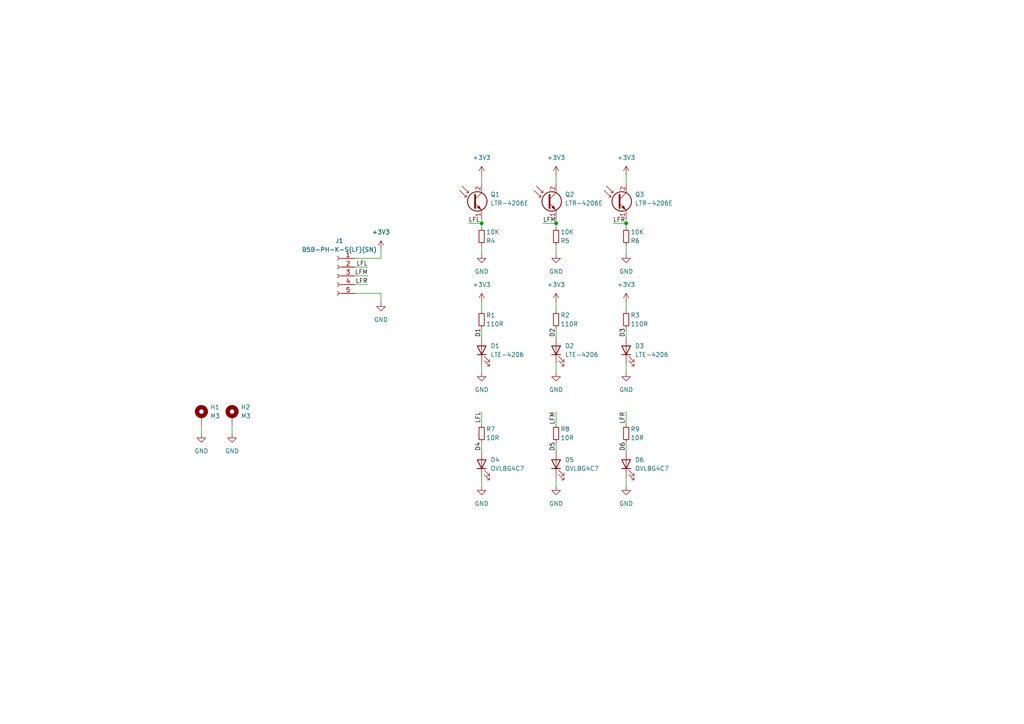
<source format=kicad_sch>
(kicad_sch (version 20211123) (generator eeschema)

  (uuid 332fa375-0a3a-40a0-97d8-f473b109e8f8)

  (paper "A4")

  (title_block
    (title "Destination Automation Line Follower")
    (date "2023-03-21")
    (rev "01")
    (comment 1 "Madison Gleydura")
    (comment 2 "PROTOTYPE")
    (comment 3 "2023")
  )

  (lib_symbols
    (symbol "Connector:Conn_01x05_Female" (pin_names (offset 1.016) hide) (in_bom yes) (on_board yes)
      (property "Reference" "J" (id 0) (at 0 7.62 0)
        (effects (font (size 1.27 1.27)))
      )
      (property "Value" "Conn_01x05_Female" (id 1) (at 0 -7.62 0)
        (effects (font (size 1.27 1.27)))
      )
      (property "Footprint" "" (id 2) (at 0 0 0)
        (effects (font (size 1.27 1.27)) hide)
      )
      (property "Datasheet" "~" (id 3) (at 0 0 0)
        (effects (font (size 1.27 1.27)) hide)
      )
      (property "ki_keywords" "connector" (id 4) (at 0 0 0)
        (effects (font (size 1.27 1.27)) hide)
      )
      (property "ki_description" "Generic connector, single row, 01x05, script generated (kicad-library-utils/schlib/autogen/connector/)" (id 5) (at 0 0 0)
        (effects (font (size 1.27 1.27)) hide)
      )
      (property "ki_fp_filters" "Connector*:*_1x??_*" (id 6) (at 0 0 0)
        (effects (font (size 1.27 1.27)) hide)
      )
      (symbol "Conn_01x05_Female_1_1"
        (arc (start 0 -4.572) (mid -0.508 -5.08) (end 0 -5.588)
          (stroke (width 0.1524) (type default) (color 0 0 0 0))
          (fill (type none))
        )
        (arc (start 0 -2.032) (mid -0.508 -2.54) (end 0 -3.048)
          (stroke (width 0.1524) (type default) (color 0 0 0 0))
          (fill (type none))
        )
        (polyline
          (pts
            (xy -1.27 -5.08)
            (xy -0.508 -5.08)
          )
          (stroke (width 0.1524) (type default) (color 0 0 0 0))
          (fill (type none))
        )
        (polyline
          (pts
            (xy -1.27 -2.54)
            (xy -0.508 -2.54)
          )
          (stroke (width 0.1524) (type default) (color 0 0 0 0))
          (fill (type none))
        )
        (polyline
          (pts
            (xy -1.27 0)
            (xy -0.508 0)
          )
          (stroke (width 0.1524) (type default) (color 0 0 0 0))
          (fill (type none))
        )
        (polyline
          (pts
            (xy -1.27 2.54)
            (xy -0.508 2.54)
          )
          (stroke (width 0.1524) (type default) (color 0 0 0 0))
          (fill (type none))
        )
        (polyline
          (pts
            (xy -1.27 5.08)
            (xy -0.508 5.08)
          )
          (stroke (width 0.1524) (type default) (color 0 0 0 0))
          (fill (type none))
        )
        (arc (start 0 0.508) (mid -0.508 0) (end 0 -0.508)
          (stroke (width 0.1524) (type default) (color 0 0 0 0))
          (fill (type none))
        )
        (arc (start 0 3.048) (mid -0.508 2.54) (end 0 2.032)
          (stroke (width 0.1524) (type default) (color 0 0 0 0))
          (fill (type none))
        )
        (arc (start 0 5.588) (mid -0.508 5.08) (end 0 4.572)
          (stroke (width 0.1524) (type default) (color 0 0 0 0))
          (fill (type none))
        )
        (pin passive line (at -5.08 5.08 0) (length 3.81)
          (name "Pin_1" (effects (font (size 1.27 1.27))))
          (number "1" (effects (font (size 1.27 1.27))))
        )
        (pin passive line (at -5.08 2.54 0) (length 3.81)
          (name "Pin_2" (effects (font (size 1.27 1.27))))
          (number "2" (effects (font (size 1.27 1.27))))
        )
        (pin passive line (at -5.08 0 0) (length 3.81)
          (name "Pin_3" (effects (font (size 1.27 1.27))))
          (number "3" (effects (font (size 1.27 1.27))))
        )
        (pin passive line (at -5.08 -2.54 0) (length 3.81)
          (name "Pin_4" (effects (font (size 1.27 1.27))))
          (number "4" (effects (font (size 1.27 1.27))))
        )
        (pin passive line (at -5.08 -5.08 0) (length 3.81)
          (name "Pin_5" (effects (font (size 1.27 1.27))))
          (number "5" (effects (font (size 1.27 1.27))))
        )
      )
    )
    (symbol "Device:R_Small" (pin_numbers hide) (pin_names (offset 0.254) hide) (in_bom yes) (on_board yes)
      (property "Reference" "R" (id 0) (at 0.762 0.508 0)
        (effects (font (size 1.27 1.27)) (justify left))
      )
      (property "Value" "R_Small" (id 1) (at 0.762 -1.016 0)
        (effects (font (size 1.27 1.27)) (justify left))
      )
      (property "Footprint" "" (id 2) (at 0 0 0)
        (effects (font (size 1.27 1.27)) hide)
      )
      (property "Datasheet" "~" (id 3) (at 0 0 0)
        (effects (font (size 1.27 1.27)) hide)
      )
      (property "ki_keywords" "R resistor" (id 4) (at 0 0 0)
        (effects (font (size 1.27 1.27)) hide)
      )
      (property "ki_description" "Resistor, small symbol" (id 5) (at 0 0 0)
        (effects (font (size 1.27 1.27)) hide)
      )
      (property "ki_fp_filters" "R_*" (id 6) (at 0 0 0)
        (effects (font (size 1.27 1.27)) hide)
      )
      (symbol "R_Small_0_1"
        (rectangle (start -0.762 1.778) (end 0.762 -1.778)
          (stroke (width 0.2032) (type default) (color 0 0 0 0))
          (fill (type none))
        )
      )
      (symbol "R_Small_1_1"
        (pin passive line (at 0 2.54 270) (length 0.762)
          (name "~" (effects (font (size 1.27 1.27))))
          (number "1" (effects (font (size 1.27 1.27))))
        )
        (pin passive line (at 0 -2.54 90) (length 0.762)
          (name "~" (effects (font (size 1.27 1.27))))
          (number "2" (effects (font (size 1.27 1.27))))
        )
      )
    )
    (symbol "LED_1" (pin_numbers hide) (pin_names (offset 1.016) hide) (in_bom yes) (on_board yes)
      (property "Reference" "D4" (id 0) (at 2.54 1.27 90)
        (effects (font (size 1.27 1.27)) (justify right))
      )
      (property "Value" "LED_1" (id 1) (at 2.54 -1.27 90)
        (effects (font (size 1.27 1.27)) (justify right))
      )
      (property "Footprint" "LED_THT:LED_D3.0mm" (id 2) (at 0 0 0)
        (effects (font (size 1.27 1.27)) hide)
      )
      (property "Datasheet" "https://optoelectronics.liteon.com/upload/download/DS-50-92-0026/LTE-4206(E).pdf" (id 3) (at 0 0 0)
        (effects (font (size 1.27 1.27)) hide)
      )
      (property "Manufacturer" "TT Electronics/Optek Technology" (id 4) (at 0 0 90)
        (effects (font (size 1.27 1.27)) hide)
      )
      (property "mpn" "OVLBG4C7" (id 5) (at 0 0 90)
        (effects (font (size 1.27 1.27)) hide)
      )
      (property "populate" "0" (id 6) (at 0 0 90)
        (effects (font (size 1.27 1.27)) hide)
      )
      (property "ki_keywords" "LED diode" (id 7) (at 0 0 0)
        (effects (font (size 1.27 1.27)) hide)
      )
      (property "ki_description" "Light emitting diode" (id 8) (at 0 0 0)
        (effects (font (size 1.27 1.27)) hide)
      )
      (property "ki_fp_filters" "LED* LED_SMD:* LED_THT:*" (id 9) (at 0 0 0)
        (effects (font (size 1.27 1.27)) hide)
      )
      (symbol "LED_1_0_1"
        (polyline
          (pts
            (xy -1.27 -1.27)
            (xy -1.27 1.27)
          )
          (stroke (width 0.254) (type default) (color 0 0 0 0))
          (fill (type none))
        )
        (polyline
          (pts
            (xy -1.27 0)
            (xy 1.27 0)
          )
          (stroke (width 0) (type default) (color 0 0 0 0))
          (fill (type none))
        )
        (polyline
          (pts
            (xy 1.27 -1.27)
            (xy 1.27 1.27)
            (xy -1.27 0)
            (xy 1.27 -1.27)
          )
          (stroke (width 0.254) (type default) (color 0 0 0 0))
          (fill (type none))
        )
        (polyline
          (pts
            (xy -3.048 -0.762)
            (xy -4.572 -2.286)
            (xy -3.81 -2.286)
            (xy -4.572 -2.286)
            (xy -4.572 -1.524)
          )
          (stroke (width 0) (type default) (color 0 0 0 0))
          (fill (type none))
        )
        (polyline
          (pts
            (xy -1.778 -0.762)
            (xy -3.302 -2.286)
            (xy -2.54 -2.286)
            (xy -3.302 -2.286)
            (xy -3.302 -1.524)
          )
          (stroke (width 0) (type default) (color 0 0 0 0))
          (fill (type none))
        )
      )
      (symbol "LED_1_1_1"
        (pin passive line (at 3.81 0 180) (length 2.54)
          (name "A" (effects (font (size 1.27 1.27))))
          (number "1" (effects (font (size 1.27 1.27))))
        )
        (pin passive line (at -3.81 0 0) (length 2.54)
          (name "K" (effects (font (size 1.27 1.27))))
          (number "2" (effects (font (size 1.27 1.27))))
        )
      )
    )
    (symbol "LED_2" (pin_numbers hide) (pin_names (offset 1.016) hide) (in_bom yes) (on_board yes)
      (property "Reference" "D1" (id 0) (at 2.54 1.27 90)
        (effects (font (size 1.27 1.27)) (justify right))
      )
      (property "Value" "LED_2" (id 1) (at 2.54 -1.27 90)
        (effects (font (size 1.27 1.27)) (justify right))
      )
      (property "Footprint" "LED_THT:LED_D3.0mm" (id 2) (at 0 0 0)
        (effects (font (size 1.27 1.27)) hide)
      )
      (property "Datasheet" "https://optoelectronics.liteon.com/upload/download/DS-50-92-0026/LTE-4206(E).pdf" (id 3) (at 0 0 0)
        (effects (font (size 1.27 1.27)) hide)
      )
      (property "Manufacturer" "Lite-On Inc." (id 4) (at 0 0 90)
        (effects (font (size 1.27 1.27)) hide)
      )
      (property "mpn" "LTE-4206" (id 5) (at 0 0 90)
        (effects (font (size 1.27 1.27)) hide)
      )
      (property "populate" "0" (id 6) (at 0 0 90)
        (effects (font (size 1.27 1.27)) hide)
      )
      (property "ki_keywords" "LED diode" (id 7) (at 0 0 0)
        (effects (font (size 1.27 1.27)) hide)
      )
      (property "ki_description" "Light emitting diode" (id 8) (at 0 0 0)
        (effects (font (size 1.27 1.27)) hide)
      )
      (property "ki_fp_filters" "LED* LED_SMD:* LED_THT:*" (id 9) (at 0 0 0)
        (effects (font (size 1.27 1.27)) hide)
      )
      (symbol "LED_2_0_1"
        (polyline
          (pts
            (xy -1.27 -1.27)
            (xy -1.27 1.27)
          )
          (stroke (width 0.254) (type default) (color 0 0 0 0))
          (fill (type none))
        )
        (polyline
          (pts
            (xy -1.27 0)
            (xy 1.27 0)
          )
          (stroke (width 0) (type default) (color 0 0 0 0))
          (fill (type none))
        )
        (polyline
          (pts
            (xy 1.27 -1.27)
            (xy 1.27 1.27)
            (xy -1.27 0)
            (xy 1.27 -1.27)
          )
          (stroke (width 0.254) (type default) (color 0 0 0 0))
          (fill (type none))
        )
        (polyline
          (pts
            (xy -3.048 -0.762)
            (xy -4.572 -2.286)
            (xy -3.81 -2.286)
            (xy -4.572 -2.286)
            (xy -4.572 -1.524)
          )
          (stroke (width 0) (type default) (color 0 0 0 0))
          (fill (type none))
        )
        (polyline
          (pts
            (xy -1.778 -0.762)
            (xy -3.302 -2.286)
            (xy -2.54 -2.286)
            (xy -3.302 -2.286)
            (xy -3.302 -1.524)
          )
          (stroke (width 0) (type default) (color 0 0 0 0))
          (fill (type none))
        )
      )
      (symbol "LED_2_1_1"
        (pin passive line (at 3.81 0 180) (length 2.54)
          (name "A" (effects (font (size 1.27 1.27))))
          (number "1" (effects (font (size 1.27 1.27))))
        )
        (pin passive line (at -3.81 0 0) (length 2.54)
          (name "K" (effects (font (size 1.27 1.27))))
          (number "2" (effects (font (size 1.27 1.27))))
        )
      )
    )
    (symbol "Mechanical:MountingHole_Pad" (pin_numbers hide) (pin_names (offset 1.016) hide) (in_bom yes) (on_board yes)
      (property "Reference" "H" (id 0) (at 0 6.35 0)
        (effects (font (size 1.27 1.27)))
      )
      (property "Value" "MountingHole_Pad" (id 1) (at 0 4.445 0)
        (effects (font (size 1.27 1.27)))
      )
      (property "Footprint" "" (id 2) (at 0 0 0)
        (effects (font (size 1.27 1.27)) hide)
      )
      (property "Datasheet" "~" (id 3) (at 0 0 0)
        (effects (font (size 1.27 1.27)) hide)
      )
      (property "ki_keywords" "mounting hole" (id 4) (at 0 0 0)
        (effects (font (size 1.27 1.27)) hide)
      )
      (property "ki_description" "Mounting Hole with connection" (id 5) (at 0 0 0)
        (effects (font (size 1.27 1.27)) hide)
      )
      (property "ki_fp_filters" "MountingHole*Pad*" (id 6) (at 0 0 0)
        (effects (font (size 1.27 1.27)) hide)
      )
      (symbol "MountingHole_Pad_0_1"
        (circle (center 0 1.27) (radius 1.27)
          (stroke (width 1.27) (type default) (color 0 0 0 0))
          (fill (type none))
        )
      )
      (symbol "MountingHole_Pad_1_1"
        (pin input line (at 0 -2.54 90) (length 2.54)
          (name "1" (effects (font (size 1.27 1.27))))
          (number "1" (effects (font (size 1.27 1.27))))
        )
      )
    )
    (symbol "Q_Photo_NPN_1" (pin_names (offset 0) hide) (in_bom yes) (on_board yes)
      (property "Reference" "Q1" (id 0) (at 5.08 2.0194 0)
        (effects (font (size 1.27 1.27)) (justify left))
      )
      (property "Value" "Q_Photo_NPN_1" (id 1) (at 5.08 -0.5206 0)
        (effects (font (size 1.27 1.27)) (justify left))
      )
      (property "Footprint" "LED_THT:LED_D3.0mm" (id 2) (at 5.08 2.54 0)
        (effects (font (size 1.27 1.27)) hide)
      )
      (property "Datasheet" "https://optoelectronics.liteon.com/upload/download/DS-50-92-0073/R4206E.pdf" (id 3) (at 0 0 0)
        (effects (font (size 1.27 1.27)) hide)
      )
      (property "Manufacturer" "Lite-On Inc." (id 4) (at 0 0 0)
        (effects (font (size 1.27 1.27)) hide)
      )
      (property "mpn" "LTR-4206E" (id 5) (at 0 0 0)
        (effects (font (size 1.27 1.27)) hide)
      )
      (property "populate" "0" (id 6) (at 0 0 0)
        (effects (font (size 1.27 1.27)) hide)
      )
      (property "ki_keywords" "phototransistor NPN" (id 7) (at 0 0 0)
        (effects (font (size 1.27 1.27)) hide)
      )
      (property "ki_description" "NPN phototransistor, collector/emitter" (id 8) (at 0 0 0)
        (effects (font (size 1.27 1.27)) hide)
      )
      (symbol "Q_Photo_NPN_1_0_1"
        (polyline
          (pts
            (xy -1.905 1.27)
            (xy -2.54 1.27)
          )
          (stroke (width 0) (type default) (color 0 0 0 0))
          (fill (type none))
        )
        (polyline
          (pts
            (xy -1.27 2.54)
            (xy -1.905 2.54)
          )
          (stroke (width 0) (type default) (color 0 0 0 0))
          (fill (type none))
        )
        (polyline
          (pts
            (xy 0.635 0.635)
            (xy 2.54 2.54)
          )
          (stroke (width 0) (type default) (color 0 0 0 0))
          (fill (type none))
        )
        (polyline
          (pts
            (xy -3.81 3.175)
            (xy -1.905 1.27)
            (xy -1.905 1.905)
          )
          (stroke (width 0) (type default) (color 0 0 0 0))
          (fill (type none))
        )
        (polyline
          (pts
            (xy -3.175 4.445)
            (xy -1.27 2.54)
            (xy -1.27 3.175)
          )
          (stroke (width 0) (type default) (color 0 0 0 0))
          (fill (type none))
        )
        (polyline
          (pts
            (xy 0.635 -0.635)
            (xy 2.54 -2.54)
            (xy 2.54 -2.54)
          )
          (stroke (width 0) (type default) (color 0 0 0 0))
          (fill (type none))
        )
        (polyline
          (pts
            (xy 0.635 1.905)
            (xy 0.635 -1.905)
            (xy 0.635 -1.905)
          )
          (stroke (width 0.508) (type default) (color 0 0 0 0))
          (fill (type none))
        )
        (polyline
          (pts
            (xy 1.27 -1.778)
            (xy 1.778 -1.27)
            (xy 2.286 -2.286)
            (xy 1.27 -1.778)
            (xy 1.27 -1.778)
          )
          (stroke (width 0) (type default) (color 0 0 0 0))
          (fill (type outline))
        )
        (circle (center 1.27 0) (radius 2.8194)
          (stroke (width 0.254) (type default) (color 0 0 0 0))
          (fill (type none))
        )
      )
      (symbol "Q_Photo_NPN_1_1_1"
        (pin passive line (at 2.54 -5.08 90) (length 2.54)
          (name "E" (effects (font (size 1.27 1.27))))
          (number "1" (effects (font (size 1.27 1.27))))
        )
        (pin passive line (at 2.54 5.08 270) (length 2.54)
          (name "C" (effects (font (size 1.27 1.27))))
          (number "2" (effects (font (size 1.27 1.27))))
        )
      )
    )
    (symbol "power:+3V3" (power) (pin_names (offset 0)) (in_bom yes) (on_board yes)
      (property "Reference" "#PWR" (id 0) (at 0 -3.81 0)
        (effects (font (size 1.27 1.27)) hide)
      )
      (property "Value" "+3V3" (id 1) (at 0 3.556 0)
        (effects (font (size 1.27 1.27)))
      )
      (property "Footprint" "" (id 2) (at 0 0 0)
        (effects (font (size 1.27 1.27)) hide)
      )
      (property "Datasheet" "" (id 3) (at 0 0 0)
        (effects (font (size 1.27 1.27)) hide)
      )
      (property "ki_keywords" "global power" (id 4) (at 0 0 0)
        (effects (font (size 1.27 1.27)) hide)
      )
      (property "ki_description" "Power symbol creates a global label with name \"+3V3\"" (id 5) (at 0 0 0)
        (effects (font (size 1.27 1.27)) hide)
      )
      (symbol "+3V3_0_1"
        (polyline
          (pts
            (xy -0.762 1.27)
            (xy 0 2.54)
          )
          (stroke (width 0) (type default) (color 0 0 0 0))
          (fill (type none))
        )
        (polyline
          (pts
            (xy 0 0)
            (xy 0 2.54)
          )
          (stroke (width 0) (type default) (color 0 0 0 0))
          (fill (type none))
        )
        (polyline
          (pts
            (xy 0 2.54)
            (xy 0.762 1.27)
          )
          (stroke (width 0) (type default) (color 0 0 0 0))
          (fill (type none))
        )
      )
      (symbol "+3V3_1_1"
        (pin power_in line (at 0 0 90) (length 0) hide
          (name "+3V3" (effects (font (size 1.27 1.27))))
          (number "1" (effects (font (size 1.27 1.27))))
        )
      )
    )
    (symbol "power:GND" (power) (pin_names (offset 0)) (in_bom yes) (on_board yes)
      (property "Reference" "#PWR" (id 0) (at 0 -6.35 0)
        (effects (font (size 1.27 1.27)) hide)
      )
      (property "Value" "GND" (id 1) (at 0 -3.81 0)
        (effects (font (size 1.27 1.27)))
      )
      (property "Footprint" "" (id 2) (at 0 0 0)
        (effects (font (size 1.27 1.27)) hide)
      )
      (property "Datasheet" "" (id 3) (at 0 0 0)
        (effects (font (size 1.27 1.27)) hide)
      )
      (property "ki_keywords" "global power" (id 4) (at 0 0 0)
        (effects (font (size 1.27 1.27)) hide)
      )
      (property "ki_description" "Power symbol creates a global label with name \"GND\" , ground" (id 5) (at 0 0 0)
        (effects (font (size 1.27 1.27)) hide)
      )
      (symbol "GND_0_1"
        (polyline
          (pts
            (xy 0 0)
            (xy 0 -1.27)
            (xy 1.27 -1.27)
            (xy 0 -2.54)
            (xy -1.27 -1.27)
            (xy 0 -1.27)
          )
          (stroke (width 0) (type default) (color 0 0 0 0))
          (fill (type none))
        )
      )
      (symbol "GND_1_1"
        (pin power_in line (at 0 0 270) (length 0) hide
          (name "GND" (effects (font (size 1.27 1.27))))
          (number "1" (effects (font (size 1.27 1.27))))
        )
      )
    )
  )

  (junction (at 181.61 64.77) (diameter 0) (color 0 0 0 0)
    (uuid 33e4a4ac-fcb9-4688-8ccf-8622c3305ce9)
  )
  (junction (at 161.29 64.77) (diameter 0) (color 0 0 0 0)
    (uuid a9cc772d-46c5-492e-a8f9-7e4cc046f36d)
  )
  (junction (at 139.7 64.77) (diameter 0) (color 0 0 0 0)
    (uuid caae0167-a39c-4fde-bc96-00a58b87b345)
  )

  (wire (pts (xy 161.29 138.43) (xy 161.29 140.97))
    (stroke (width 0) (type default) (color 0 0 0 0))
    (uuid 0defc913-4831-4c4e-be30-e68e711d172a)
  )
  (wire (pts (xy 139.7 63.5) (xy 139.7 64.77))
    (stroke (width 0) (type default) (color 0 0 0 0))
    (uuid 10d88a65-5235-4014-9985-0aff29e23321)
  )
  (wire (pts (xy 161.29 130.81) (xy 161.29 128.27))
    (stroke (width 0) (type default) (color 0 0 0 0))
    (uuid 140ded93-7ed2-48c9-93cd-7847a3001b95)
  )
  (wire (pts (xy 139.7 97.79) (xy 139.7 95.25))
    (stroke (width 0) (type default) (color 0 0 0 0))
    (uuid 19e0cd35-13bf-403e-81a8-64f93edaaa98)
  )
  (wire (pts (xy 139.7 119.38) (xy 139.7 123.19))
    (stroke (width 0) (type default) (color 0 0 0 0))
    (uuid 2abe7fdc-9c1d-42e8-a1e9-d5824c09a4f1)
  )
  (wire (pts (xy 181.61 71.12) (xy 181.61 73.66))
    (stroke (width 0) (type default) (color 0 0 0 0))
    (uuid 346ab0c1-d6a9-43fc-9009-ef96af71cb5a)
  )
  (wire (pts (xy 139.7 90.17) (xy 139.7 87.63))
    (stroke (width 0) (type default) (color 0 0 0 0))
    (uuid 354425ef-dc40-46f2-9230-59c7de556df7)
  )
  (wire (pts (xy 139.7 138.43) (xy 139.7 140.97))
    (stroke (width 0) (type default) (color 0 0 0 0))
    (uuid 438ded3e-d156-422c-a358-09bd47062ddf)
  )
  (wire (pts (xy 135.89 64.77) (xy 139.7 64.77))
    (stroke (width 0) (type default) (color 0 0 0 0))
    (uuid 47a4c894-dfa9-44e6-b50a-51e7c0b89c87)
  )
  (wire (pts (xy 181.61 130.81) (xy 181.61 128.27))
    (stroke (width 0) (type default) (color 0 0 0 0))
    (uuid 4ed2ee2d-b94c-4b38-85e5-247ad5f972ff)
  )
  (wire (pts (xy 177.8 64.77) (xy 181.61 64.77))
    (stroke (width 0) (type default) (color 0 0 0 0))
    (uuid 5adfe16b-0912-42ab-bf2f-e32e40086e7e)
  )
  (wire (pts (xy 139.7 105.41) (xy 139.7 107.95))
    (stroke (width 0) (type default) (color 0 0 0 0))
    (uuid 6164e2ea-ceb4-4382-864d-87bba585f776)
  )
  (wire (pts (xy 161.29 90.17) (xy 161.29 87.63))
    (stroke (width 0) (type default) (color 0 0 0 0))
    (uuid 634f1ef5-4084-46e4-ada3-cc938be4bfac)
  )
  (wire (pts (xy 181.61 90.17) (xy 181.61 87.63))
    (stroke (width 0) (type default) (color 0 0 0 0))
    (uuid 6a87f0eb-3b0e-4af7-b1c0-2146c204b313)
  )
  (wire (pts (xy 139.7 50.8) (xy 139.7 53.34))
    (stroke (width 0) (type default) (color 0 0 0 0))
    (uuid 6c5ae8de-fadc-4846-b1fd-61b368107da2)
  )
  (wire (pts (xy 181.61 50.8) (xy 181.61 53.34))
    (stroke (width 0) (type default) (color 0 0 0 0))
    (uuid 84873a52-a1a7-43ac-9bfb-5bf928835bed)
  )
  (wire (pts (xy 139.7 71.12) (xy 139.7 73.66))
    (stroke (width 0) (type default) (color 0 0 0 0))
    (uuid 85c38f41-3940-49e6-9788-acec9dcb2815)
  )
  (wire (pts (xy 102.87 77.47) (xy 106.68 77.47))
    (stroke (width 0) (type default) (color 0 0 0 0))
    (uuid 94761ff4-2df6-4a18-825a-1b63e467613b)
  )
  (wire (pts (xy 161.29 50.8) (xy 161.29 53.34))
    (stroke (width 0) (type default) (color 0 0 0 0))
    (uuid 96c8db8e-07e0-4d6e-90f7-1f73ba114cf9)
  )
  (wire (pts (xy 161.29 119.38) (xy 161.29 123.19))
    (stroke (width 0) (type default) (color 0 0 0 0))
    (uuid 97edca41-c813-4898-9048-54bce3005aa3)
  )
  (wire (pts (xy 110.49 87.63) (xy 110.49 85.09))
    (stroke (width 0) (type default) (color 0 0 0 0))
    (uuid 9faf8817-3509-4de2-b689-2643d8b77577)
  )
  (wire (pts (xy 161.29 63.5) (xy 161.29 64.77))
    (stroke (width 0) (type default) (color 0 0 0 0))
    (uuid a3c20ee2-a664-4cb9-9f28-020679792e8a)
  )
  (wire (pts (xy 161.29 97.79) (xy 161.29 95.25))
    (stroke (width 0) (type default) (color 0 0 0 0))
    (uuid b3d0cd52-89d6-4027-975b-7dad2afd72d1)
  )
  (wire (pts (xy 139.7 130.81) (xy 139.7 128.27))
    (stroke (width 0) (type default) (color 0 0 0 0))
    (uuid b898bffe-ea57-49ee-a57e-c8fea1308c44)
  )
  (wire (pts (xy 102.87 80.01) (xy 106.68 80.01))
    (stroke (width 0) (type default) (color 0 0 0 0))
    (uuid b94f2811-8f38-482b-80db-9688160f5fd6)
  )
  (wire (pts (xy 139.7 64.77) (xy 139.7 66.04))
    (stroke (width 0) (type default) (color 0 0 0 0))
    (uuid bc1fdfc8-7fd0-4288-807e-b2514fee4f94)
  )
  (wire (pts (xy 181.61 63.5) (xy 181.61 64.77))
    (stroke (width 0) (type default) (color 0 0 0 0))
    (uuid c5ec008e-e61a-4f35-a0f0-9fe9fd27ec42)
  )
  (wire (pts (xy 161.29 64.77) (xy 161.29 66.04))
    (stroke (width 0) (type default) (color 0 0 0 0))
    (uuid cdec3bc6-0d75-4104-8c13-73e818320a35)
  )
  (wire (pts (xy 161.29 105.41) (xy 161.29 107.95))
    (stroke (width 0) (type default) (color 0 0 0 0))
    (uuid d24a831c-4676-4446-812f-bd7e9a55ef87)
  )
  (wire (pts (xy 181.61 97.79) (xy 181.61 95.25))
    (stroke (width 0) (type default) (color 0 0 0 0))
    (uuid db057d8a-32e4-444d-aef4-ce1e693d1fb7)
  )
  (wire (pts (xy 181.61 105.41) (xy 181.61 107.95))
    (stroke (width 0) (type default) (color 0 0 0 0))
    (uuid db1211de-1ae2-4570-9013-1df6185c4657)
  )
  (wire (pts (xy 181.61 138.43) (xy 181.61 140.97))
    (stroke (width 0) (type default) (color 0 0 0 0))
    (uuid dca80b9f-eb33-42a5-8586-925b7caad7ac)
  )
  (wire (pts (xy 181.61 119.38) (xy 181.61 123.19))
    (stroke (width 0) (type default) (color 0 0 0 0))
    (uuid dd8f6762-f2b9-459b-85b1-7805e0de17f3)
  )
  (wire (pts (xy 110.49 85.09) (xy 102.87 85.09))
    (stroke (width 0) (type default) (color 0 0 0 0))
    (uuid e202ec94-0ab3-47a0-9720-36759893945f)
  )
  (wire (pts (xy 102.87 82.55) (xy 106.68 82.55))
    (stroke (width 0) (type default) (color 0 0 0 0))
    (uuid e9a21ddd-e090-4dca-80cd-451dcc83a207)
  )
  (wire (pts (xy 110.49 74.93) (xy 102.87 74.93))
    (stroke (width 0) (type default) (color 0 0 0 0))
    (uuid ea8df03b-8e23-4f69-be04-2f5b023a80b1)
  )
  (wire (pts (xy 157.48 64.77) (xy 161.29 64.77))
    (stroke (width 0) (type default) (color 0 0 0 0))
    (uuid f17e7176-8e62-428b-a038-b693c5ccb1df)
  )
  (wire (pts (xy 181.61 64.77) (xy 181.61 66.04))
    (stroke (width 0) (type default) (color 0 0 0 0))
    (uuid f2d85bd0-c39c-4c50-affb-9920a7915748)
  )
  (wire (pts (xy 58.42 123.19) (xy 58.42 125.73))
    (stroke (width 0) (type default) (color 0 0 0 0))
    (uuid f76a22bb-db35-43f8-85c4-9f1eba815595)
  )
  (wire (pts (xy 67.31 123.19) (xy 67.31 125.73))
    (stroke (width 0) (type default) (color 0 0 0 0))
    (uuid f7aaa9f3-1d7f-46fd-ad2f-a566a69d61d2)
  )
  (wire (pts (xy 110.49 72.39) (xy 110.49 74.93))
    (stroke (width 0) (type default) (color 0 0 0 0))
    (uuid fcbbbae4-9f67-46c5-a1d8-9981c84a7d65)
  )
  (wire (pts (xy 161.29 71.12) (xy 161.29 73.66))
    (stroke (width 0) (type default) (color 0 0 0 0))
    (uuid fd2ce5d7-c74f-43c9-a0eb-67d7c9b54e47)
  )

  (label "D4" (at 139.7 130.81 90)
    (effects (font (size 1.27 1.27)) (justify left bottom))
    (uuid 029248e3-e8ea-481e-90ca-ba2f3700da26)
  )
  (label "D3" (at 181.61 97.79 90)
    (effects (font (size 1.27 1.27)) (justify left bottom))
    (uuid 0b1e1078-e3bb-4a2b-ac17-98e578b9aaa4)
  )
  (label "D1" (at 139.7 97.79 90)
    (effects (font (size 1.27 1.27)) (justify left bottom))
    (uuid 1bc8b7c0-4df0-41d8-84f6-a7229951d628)
  )
  (label "LFR" (at 181.61 119.38 270)
    (effects (font (size 1.27 1.27)) (justify right bottom))
    (uuid 1e538297-eabc-4f60-b9f8-3d72c4ba9dd5)
  )
  (label "LFR" (at 106.68 82.55 180)
    (effects (font (size 1.27 1.27)) (justify right bottom))
    (uuid 291616ec-b678-40dd-a2dc-48462771ea92)
  )
  (label "LFR" (at 177.8 64.77 0)
    (effects (font (size 1.27 1.27)) (justify left bottom))
    (uuid 454474ed-e0aa-4d85-a8ed-29aefdee7d86)
  )
  (label "LFM" (at 157.48 64.77 0)
    (effects (font (size 1.27 1.27)) (justify left bottom))
    (uuid 5046d566-c643-4e4c-bb4a-fd358d596aa0)
  )
  (label "D5" (at 161.29 130.81 90)
    (effects (font (size 1.27 1.27)) (justify left bottom))
    (uuid 5de56fe6-ef07-4ba0-ba4d-ef96c178712f)
  )
  (label "LFM" (at 106.68 80.01 180)
    (effects (font (size 1.27 1.27)) (justify right bottom))
    (uuid 883482dd-1d9f-43ba-9d90-efa77129a16d)
  )
  (label "LFL" (at 139.7 119.38 270)
    (effects (font (size 1.27 1.27)) (justify right bottom))
    (uuid a3838ccb-ec41-4cbf-a255-d41b889fd01c)
  )
  (label "D2" (at 161.29 97.79 90)
    (effects (font (size 1.27 1.27)) (justify left bottom))
    (uuid c288344e-f918-4de8-8ea2-f29a861601d5)
  )
  (label "D6" (at 181.61 130.81 90)
    (effects (font (size 1.27 1.27)) (justify left bottom))
    (uuid ce30a1dc-abe3-40c4-8e36-3871aed1f820)
  )
  (label "LFL" (at 135.89 64.77 0)
    (effects (font (size 1.27 1.27)) (justify left bottom))
    (uuid d581d728-d524-46d5-a50b-01373f0a1e56)
  )
  (label "LFM" (at 161.29 119.38 270)
    (effects (font (size 1.27 1.27)) (justify right bottom))
    (uuid dbab114c-d185-4496-95c3-939ff4174626)
  )
  (label "LFL" (at 106.68 77.47 180)
    (effects (font (size 1.27 1.27)) (justify right bottom))
    (uuid dc8311fe-343a-4600-b80b-d3d7c2217553)
  )

  (symbol (lib_id "power:GND") (at 58.42 125.73 0) (unit 1)
    (in_bom yes) (on_board yes) (fields_autoplaced)
    (uuid 00f39c21-d737-49a1-bede-1baf8652bbdb)
    (property "Reference" "#PWR0110" (id 0) (at 58.42 132.08 0)
      (effects (font (size 1.27 1.27)) hide)
    )
    (property "Value" "GND" (id 1) (at 58.42 130.81 0))
    (property "Footprint" "" (id 2) (at 58.42 125.73 0)
      (effects (font (size 1.27 1.27)) hide)
    )
    (property "Datasheet" "" (id 3) (at 58.42 125.73 0)
      (effects (font (size 1.27 1.27)) hide)
    )
    (pin "1" (uuid 95fec68d-519c-43f6-8f99-e3fb159a6fe1))
  )

  (symbol (lib_name "LED_2") (lib_id "Device:LED") (at 181.61 101.6 90) (unit 1)
    (in_bom yes) (on_board yes)
    (uuid 0488516a-57dd-46c5-a45e-36a3dba28052)
    (property "Reference" "D3" (id 0) (at 184.15 100.33 90)
      (effects (font (size 1.27 1.27)) (justify right))
    )
    (property "Value" "LTE-4206" (id 1) (at 184.15 102.87 90)
      (effects (font (size 1.27 1.27)) (justify right))
    )
    (property "Footprint" "LED_THT:LED_D3.0mm" (id 2) (at 181.61 101.6 0)
      (effects (font (size 1.27 1.27)) hide)
    )
    (property "Datasheet" "https://optoelectronics.liteon.com/upload/download/DS-50-92-0026/LTE-4206(E).pdf" (id 3) (at 181.61 101.6 0)
      (effects (font (size 1.27 1.27)) hide)
    )
    (property "Manufacturer" "Lite-On Inc." (id 4) (at 181.61 101.6 90)
      (effects (font (size 1.27 1.27)) hide)
    )
    (property "mpn" "LTE-4206" (id 5) (at 181.61 101.6 90)
      (effects (font (size 1.27 1.27)) hide)
    )
    (property "populate" "0" (id 6) (at 181.61 101.6 90)
      (effects (font (size 1.27 1.27)) hide)
    )
    (pin "1" (uuid e837fe74-106c-4a45-a074-1eeba40f790a))
    (pin "2" (uuid 4c92c746-d40a-40e3-93c2-a77249e47708))
  )

  (symbol (lib_name "Q_Photo_NPN_1") (lib_id "Device:Q_Photo_NPN") (at 158.75 58.42 0) (unit 1)
    (in_bom yes) (on_board yes) (fields_autoplaced)
    (uuid 07a1a233-60eb-4e00-a567-06422708b453)
    (property "Reference" "Q2" (id 0) (at 163.83 56.4006 0)
      (effects (font (size 1.27 1.27)) (justify left))
    )
    (property "Value" "LTR-4206E" (id 1) (at 163.83 58.9406 0)
      (effects (font (size 1.27 1.27)) (justify left))
    )
    (property "Footprint" "LED_THT:LED_D3.0mm" (id 2) (at 163.83 55.88 0)
      (effects (font (size 1.27 1.27)) hide)
    )
    (property "Datasheet" "https://optoelectronics.liteon.com/upload/download/DS-50-92-0073/R4206E.pdf" (id 3) (at 158.75 58.42 0)
      (effects (font (size 1.27 1.27)) hide)
    )
    (property "Manufacturer" "Lite-On Inc." (id 4) (at 158.75 58.42 0)
      (effects (font (size 1.27 1.27)) hide)
    )
    (property "mpn" "LTR-4206E" (id 5) (at 158.75 58.42 0)
      (effects (font (size 1.27 1.27)) hide)
    )
    (property "populate" "0" (id 6) (at 158.75 58.42 0)
      (effects (font (size 1.27 1.27)) hide)
    )
    (pin "1" (uuid 039c71c8-fb03-4d78-a6e3-66c1db02f987))
    (pin "2" (uuid ea26fb9c-d667-4dc8-ab14-35923cb68f98))
  )

  (symbol (lib_id "power:+3V3") (at 139.7 50.8 0) (unit 1)
    (in_bom yes) (on_board yes)
    (uuid 0c130e92-784a-456f-87f0-302b22ff0016)
    (property "Reference" "#PWR0109" (id 0) (at 139.7 54.61 0)
      (effects (font (size 1.27 1.27)) hide)
    )
    (property "Value" "+3V3" (id 1) (at 139.7 45.72 0))
    (property "Footprint" "" (id 2) (at 139.7 50.8 0)
      (effects (font (size 1.27 1.27)) hide)
    )
    (property "Datasheet" "" (id 3) (at 139.7 50.8 0)
      (effects (font (size 1.27 1.27)) hide)
    )
    (pin "1" (uuid c84910d6-9f2b-439e-8c62-eeec927d8283))
  )

  (symbol (lib_id "Device:R_Small") (at 181.61 68.58 180) (unit 1)
    (in_bom yes) (on_board yes)
    (uuid 10e4aa69-4aab-4fa7-8f70-f45f056a4001)
    (property "Reference" "R6" (id 0) (at 182.88 69.85 0)
      (effects (font (size 1.27 1.27)) (justify right))
    )
    (property "Value" "10K" (id 1) (at 182.88 67.31 0)
      (effects (font (size 1.27 1.27)) (justify right))
    )
    (property "Footprint" "Resistor_THT:R_Axial_DIN0207_L6.3mm_D2.5mm_P10.16mm_Horizontal" (id 2) (at 181.61 68.58 0)
      (effects (font (size 1.27 1.27)) hide)
    )
    (property "Datasheet" "https://www.seielect.com/Catalog/SEI-CF_CFM.pdf" (id 3) (at 181.61 68.58 0)
      (effects (font (size 1.27 1.27)) hide)
    )
    (property "Manufacturer" "Stackpole Electronics Inc" (id 4) (at 181.61 68.58 0)
      (effects (font (size 1.27 1.27)) hide)
    )
    (property "mpn" "CF14JT10K0" (id 5) (at 181.61 68.58 0)
      (effects (font (size 1.27 1.27)) hide)
    )
    (pin "1" (uuid 0d1f4fe0-9c2b-4ff7-abc2-4743f06c0463))
    (pin "2" (uuid 35f11f14-6f19-497b-93b6-4db1363f309c))
  )

  (symbol (lib_id "Device:R_Small") (at 181.61 92.71 180) (unit 1)
    (in_bom yes) (on_board yes)
    (uuid 12667928-33b2-40eb-a622-71aa16b53fa7)
    (property "Reference" "R3" (id 0) (at 182.88 91.44 0)
      (effects (font (size 1.27 1.27)) (justify right))
    )
    (property "Value" "110R" (id 1) (at 182.88 93.98 0)
      (effects (font (size 1.27 1.27)) (justify right))
    )
    (property "Footprint" "Resistor_THT:R_Axial_DIN0207_L6.3mm_D2.5mm_P10.16mm_Horizontal" (id 2) (at 181.61 92.71 0)
      (effects (font (size 1.27 1.27)) hide)
    )
    (property "Datasheet" "https://www.seielect.com/Catalog/SEI-CF_CFM.pdf" (id 3) (at 181.61 92.71 0)
      (effects (font (size 1.27 1.27)) hide)
    )
    (property "Manufacturer" "Stackpole Electronics Inc" (id 4) (at 181.61 92.71 0)
      (effects (font (size 1.27 1.27)) hide)
    )
    (property "mpn" "CF14JT110R" (id 5) (at 181.61 92.71 0)
      (effects (font (size 1.27 1.27)) hide)
    )
    (pin "1" (uuid b501ec3f-4f52-4c61-96be-769db1832372))
    (pin "2" (uuid 7952f956-f0eb-4797-86a8-ede28f5dd631))
  )

  (symbol (lib_id "Device:R_Small") (at 161.29 92.71 180) (unit 1)
    (in_bom yes) (on_board yes)
    (uuid 16b92c74-6ad6-41ef-8fef-de5ecf2a011c)
    (property "Reference" "R2" (id 0) (at 162.56 91.44 0)
      (effects (font (size 1.27 1.27)) (justify right))
    )
    (property "Value" "110R" (id 1) (at 162.56 93.98 0)
      (effects (font (size 1.27 1.27)) (justify right))
    )
    (property "Footprint" "Resistor_THT:R_Axial_DIN0207_L6.3mm_D2.5mm_P10.16mm_Horizontal" (id 2) (at 161.29 92.71 0)
      (effects (font (size 1.27 1.27)) hide)
    )
    (property "Datasheet" "https://www.seielect.com/Catalog/SEI-CF_CFM.pdf" (id 3) (at 161.29 92.71 0)
      (effects (font (size 1.27 1.27)) hide)
    )
    (property "Manufacturer" "Stackpole Electronics Inc" (id 4) (at 161.29 92.71 0)
      (effects (font (size 1.27 1.27)) hide)
    )
    (property "mpn" "CF14JT110R" (id 5) (at 161.29 92.71 0)
      (effects (font (size 1.27 1.27)) hide)
    )
    (pin "1" (uuid 1447e7b0-bba6-4b26-9f0f-f8cc66e4faac))
    (pin "2" (uuid 6de2d6a9-cc60-4c04-b311-69ffaaad9791))
  )

  (symbol (lib_id "power:GND") (at 161.29 73.66 0) (unit 1)
    (in_bom yes) (on_board yes)
    (uuid 19cab35a-2f78-46bc-8c95-460f5bcacec3)
    (property "Reference" "#PWR0107" (id 0) (at 161.29 80.01 0)
      (effects (font (size 1.27 1.27)) hide)
    )
    (property "Value" "GND" (id 1) (at 161.29 78.74 0))
    (property "Footprint" "" (id 2) (at 161.29 73.66 0)
      (effects (font (size 1.27 1.27)) hide)
    )
    (property "Datasheet" "" (id 3) (at 161.29 73.66 0)
      (effects (font (size 1.27 1.27)) hide)
    )
    (pin "1" (uuid 936cfac3-30dc-4ba2-ae79-91bbb72c8b40))
  )

  (symbol (lib_id "Connector:Conn_01x05_Female") (at 97.79 80.01 0) (mirror y) (unit 1)
    (in_bom yes) (on_board yes) (fields_autoplaced)
    (uuid 19db32a7-f827-46fc-82b1-7c8d24f4fdd3)
    (property "Reference" "J1" (id 0) (at 98.425 69.85 0))
    (property "Value" "B5B-PH-K-S(LF)(SN)" (id 1) (at 98.425 72.39 0))
    (property "Footprint" "Connector_JST:JST_PH_B5B-PH-K_1x05_P2.00mm_Vertical" (id 2) (at 97.79 80.01 0)
      (effects (font (size 1.27 1.27)) hide)
    )
    (property "Datasheet" "https://www.jst-mfg.com/product/pdf/eng/ePH.pdf" (id 3) (at 97.79 80.01 0)
      (effects (font (size 1.27 1.27)) hide)
    )
    (property "Manufacturer" "JST Sales America Inc." (id 4) (at 97.79 80.01 0)
      (effects (font (size 1.27 1.27)) hide)
    )
    (property "mpn" "B5B-PH-K-S(LF)(SN)" (id 5) (at 97.79 80.01 0)
      (effects (font (size 1.27 1.27)) hide)
    )
    (property "populate" "0" (id 6) (at 97.79 80.01 0)
      (effects (font (size 1.27 1.27)) hide)
    )
    (pin "1" (uuid d167bed3-1944-41f8-828c-2c0bad096be7))
    (pin "2" (uuid 6b48d741-1313-466d-bdee-41d5fcecfc49))
    (pin "3" (uuid 71476185-9c29-4447-adc8-49279beb07d6))
    (pin "4" (uuid 2cbea228-a299-456c-8c8e-10feb6729e88))
    (pin "5" (uuid b15e291f-cf00-4fb4-8738-7fc4b99ba20d))
  )

  (symbol (lib_id "power:GND") (at 110.49 87.63 0) (unit 1)
    (in_bom yes) (on_board yes) (fields_autoplaced)
    (uuid 2b8cc609-7dca-4ade-8620-86dbd2164126)
    (property "Reference" "#PWR0115" (id 0) (at 110.49 93.98 0)
      (effects (font (size 1.27 1.27)) hide)
    )
    (property "Value" "GND" (id 1) (at 110.49 92.71 0))
    (property "Footprint" "" (id 2) (at 110.49 87.63 0)
      (effects (font (size 1.27 1.27)) hide)
    )
    (property "Datasheet" "" (id 3) (at 110.49 87.63 0)
      (effects (font (size 1.27 1.27)) hide)
    )
    (pin "1" (uuid 37077c58-384b-45ab-9ed1-c546711f25ec))
  )

  (symbol (lib_id "power:GND") (at 181.61 107.95 0) (unit 1)
    (in_bom yes) (on_board yes)
    (uuid 2d333235-1f1c-4109-ad73-9f45f253521a)
    (property "Reference" "#PWR0106" (id 0) (at 181.61 114.3 0)
      (effects (font (size 1.27 1.27)) hide)
    )
    (property "Value" "GND" (id 1) (at 181.61 113.03 0))
    (property "Footprint" "" (id 2) (at 181.61 107.95 0)
      (effects (font (size 1.27 1.27)) hide)
    )
    (property "Datasheet" "" (id 3) (at 181.61 107.95 0)
      (effects (font (size 1.27 1.27)) hide)
    )
    (pin "1" (uuid 4abaedcb-d515-4703-b1ae-f1725874049d))
  )

  (symbol (lib_id "Device:R_Small") (at 181.61 125.73 180) (unit 1)
    (in_bom yes) (on_board yes)
    (uuid 2fde3674-d7b9-4794-814d-ae76d0b0940e)
    (property "Reference" "R9" (id 0) (at 182.88 124.46 0)
      (effects (font (size 1.27 1.27)) (justify right))
    )
    (property "Value" "10R" (id 1) (at 182.88 127 0)
      (effects (font (size 1.27 1.27)) (justify right))
    )
    (property "Footprint" "Resistor_THT:R_Axial_DIN0207_L6.3mm_D2.5mm_P10.16mm_Horizontal" (id 2) (at 181.61 125.73 0)
      (effects (font (size 1.27 1.27)) hide)
    )
    (property "Datasheet" "https://www.seielect.com/Catalog/SEI-CF_CFM.pdf" (id 3) (at 181.61 125.73 0)
      (effects (font (size 1.27 1.27)) hide)
    )
    (property "Manufacturer" "Stackpole Electronics Inc" (id 4) (at 181.61 125.73 0)
      (effects (font (size 1.27 1.27)) hide)
    )
    (property "mpn" "CF14JT10R0" (id 5) (at 181.61 125.73 0)
      (effects (font (size 1.27 1.27)) hide)
    )
    (pin "1" (uuid e8d9f2e7-804f-4a5f-8916-8c0c3bd7bdb9))
    (pin "2" (uuid c18251bd-694c-4523-aa28-db86444d2567))
  )

  (symbol (lib_id "power:GND") (at 181.61 73.66 0) (unit 1)
    (in_bom yes) (on_board yes)
    (uuid 41df9894-74cd-4e9b-b0ad-34c1b70d6281)
    (property "Reference" "#PWR0101" (id 0) (at 181.61 80.01 0)
      (effects (font (size 1.27 1.27)) hide)
    )
    (property "Value" "GND" (id 1) (at 181.61 78.74 0))
    (property "Footprint" "" (id 2) (at 181.61 73.66 0)
      (effects (font (size 1.27 1.27)) hide)
    )
    (property "Datasheet" "" (id 3) (at 181.61 73.66 0)
      (effects (font (size 1.27 1.27)) hide)
    )
    (pin "1" (uuid 37c8ccc6-63b8-4f67-8a7f-2d2ff927d695))
  )

  (symbol (lib_id "power:+3V3") (at 139.7 87.63 0) (unit 1)
    (in_bom yes) (on_board yes)
    (uuid 44b226eb-26b4-4f5f-baab-9bd000e8a781)
    (property "Reference" "#PWR0114" (id 0) (at 139.7 91.44 0)
      (effects (font (size 1.27 1.27)) hide)
    )
    (property "Value" "+3V3" (id 1) (at 139.7 82.55 0))
    (property "Footprint" "" (id 2) (at 139.7 87.63 0)
      (effects (font (size 1.27 1.27)) hide)
    )
    (property "Datasheet" "" (id 3) (at 139.7 87.63 0)
      (effects (font (size 1.27 1.27)) hide)
    )
    (pin "1" (uuid ca537995-c181-441e-8702-f3be1ce939b9))
  )

  (symbol (lib_id "Device:R_Small") (at 139.7 92.71 180) (unit 1)
    (in_bom yes) (on_board yes)
    (uuid 4d1e0742-6a4f-4691-a463-4c5e7231f28d)
    (property "Reference" "R1" (id 0) (at 140.97 91.44 0)
      (effects (font (size 1.27 1.27)) (justify right))
    )
    (property "Value" "110R" (id 1) (at 140.97 93.98 0)
      (effects (font (size 1.27 1.27)) (justify right))
    )
    (property "Footprint" "Resistor_THT:R_Axial_DIN0207_L6.3mm_D2.5mm_P10.16mm_Horizontal" (id 2) (at 139.7 92.71 0)
      (effects (font (size 1.27 1.27)) hide)
    )
    (property "Datasheet" "https://www.seielect.com/Catalog/SEI-CF_CFM.pdf" (id 3) (at 139.7 92.71 0)
      (effects (font (size 1.27 1.27)) hide)
    )
    (property "Manufacturer" "Stackpole Electronics Inc" (id 4) (at 139.7 92.71 0)
      (effects (font (size 1.27 1.27)) hide)
    )
    (property "mpn" "CF14JT110R" (id 5) (at 139.7 92.71 0)
      (effects (font (size 1.27 1.27)) hide)
    )
    (pin "1" (uuid 44e576cb-8bf2-4417-9ef7-ac5f1cc95514))
    (pin "2" (uuid 4d2548b6-07d2-4bde-aa18-141731d5a8d5))
  )

  (symbol (lib_id "Mechanical:MountingHole_Pad") (at 67.31 120.65 0) (unit 1)
    (in_bom yes) (on_board yes) (fields_autoplaced)
    (uuid 508fc6d6-38dd-4e37-960a-7949f36c7a66)
    (property "Reference" "H2" (id 0) (at 69.85 118.1099 0)
      (effects (font (size 1.27 1.27)) (justify left))
    )
    (property "Value" "M3" (id 1) (at 69.85 120.6499 0)
      (effects (font (size 1.27 1.27)) (justify left))
    )
    (property "Footprint" "MountingHole:MountingHole_3.2mm_M3_DIN965_Pad" (id 2) (at 67.31 120.65 0)
      (effects (font (size 1.27 1.27)) hide)
    )
    (property "Datasheet" "~" (id 3) (at 67.31 120.65 0)
      (effects (font (size 1.27 1.27)) hide)
    )
    (property "populate" "0" (id 4) (at 67.31 120.65 0)
      (effects (font (size 1.27 1.27)) hide)
    )
    (pin "1" (uuid f77b84c0-7725-4680-92a3-682d0eeaeb76))
  )

  (symbol (lib_id "power:+3V3") (at 181.61 87.63 0) (unit 1)
    (in_bom yes) (on_board yes) (fields_autoplaced)
    (uuid 58ae0abe-390c-4ffa-a57f-797d36454f35)
    (property "Reference" "#PWR0102" (id 0) (at 181.61 91.44 0)
      (effects (font (size 1.27 1.27)) hide)
    )
    (property "Value" "+3V3" (id 1) (at 181.61 82.55 0))
    (property "Footprint" "" (id 2) (at 181.61 87.63 0)
      (effects (font (size 1.27 1.27)) hide)
    )
    (property "Datasheet" "" (id 3) (at 181.61 87.63 0)
      (effects (font (size 1.27 1.27)) hide)
    )
    (pin "1" (uuid f5efa8d9-79e7-4745-a927-bd045867507f))
  )

  (symbol (lib_id "power:GND") (at 139.7 107.95 0) (unit 1)
    (in_bom yes) (on_board yes)
    (uuid 61b6f3eb-a165-4344-81b6-6d5193e1750f)
    (property "Reference" "#PWR0112" (id 0) (at 139.7 114.3 0)
      (effects (font (size 1.27 1.27)) hide)
    )
    (property "Value" "GND" (id 1) (at 139.7 113.03 0))
    (property "Footprint" "" (id 2) (at 139.7 107.95 0)
      (effects (font (size 1.27 1.27)) hide)
    )
    (property "Datasheet" "" (id 3) (at 139.7 107.95 0)
      (effects (font (size 1.27 1.27)) hide)
    )
    (pin "1" (uuid ab71fb8c-6c1f-42c7-8b93-fb8213df2721))
  )

  (symbol (lib_id "power:GND") (at 161.29 140.97 0) (unit 1)
    (in_bom yes) (on_board yes)
    (uuid 67297d20-01a7-49b3-9de6-4ed6afc165e7)
    (property "Reference" "#PWR0118" (id 0) (at 161.29 147.32 0)
      (effects (font (size 1.27 1.27)) hide)
    )
    (property "Value" "GND" (id 1) (at 161.29 146.05 0))
    (property "Footprint" "" (id 2) (at 161.29 140.97 0)
      (effects (font (size 1.27 1.27)) hide)
    )
    (property "Datasheet" "" (id 3) (at 161.29 140.97 0)
      (effects (font (size 1.27 1.27)) hide)
    )
    (pin "1" (uuid 63c5b7e1-100c-4290-8c9e-e758089e2e62))
  )

  (symbol (lib_name "LED_1") (lib_id "Device:LED") (at 181.61 134.62 90) (unit 1)
    (in_bom yes) (on_board yes)
    (uuid 6d8fc04a-38b6-4200-9b6e-e043072572c2)
    (property "Reference" "D6" (id 0) (at 184.15 133.35 90)
      (effects (font (size 1.27 1.27)) (justify right))
    )
    (property "Value" "OVLBG4C7" (id 1) (at 184.15 135.89 90)
      (effects (font (size 1.27 1.27)) (justify right))
    )
    (property "Footprint" "LED_THT:LED_D3.0mm" (id 2) (at 181.61 134.62 0)
      (effects (font (size 1.27 1.27)) hide)
    )
    (property "Datasheet" "https://www.ttelectronics.com/TTElectronics/media/ProductFiles/Datasheet/OVLBx4C7.pdf" (id 3) (at 181.61 134.62 0)
      (effects (font (size 1.27 1.27)) hide)
    )
    (property "Manufacturer" "TT Electronics/Optek Technology" (id 4) (at 181.61 134.62 90)
      (effects (font (size 1.27 1.27)) hide)
    )
    (property "mpn" "OVLBG4C7" (id 5) (at 181.61 134.62 90)
      (effects (font (size 1.27 1.27)) hide)
    )
    (property "populate" "0" (id 6) (at 181.61 134.62 90)
      (effects (font (size 1.27 1.27)) hide)
    )
    (pin "1" (uuid aa0c3dc4-ccaa-40ef-ad0b-c16b7ab59cf0))
    (pin "2" (uuid 9f771d70-c4e3-45c8-9e7d-47bf63fbdae6))
  )

  (symbol (lib_id "power:GND") (at 181.61 140.97 0) (unit 1)
    (in_bom yes) (on_board yes)
    (uuid 74c91a71-28d2-46c2-8768-c2fa97468bff)
    (property "Reference" "#PWR0122" (id 0) (at 181.61 147.32 0)
      (effects (font (size 1.27 1.27)) hide)
    )
    (property "Value" "GND" (id 1) (at 181.61 146.05 0))
    (property "Footprint" "" (id 2) (at 181.61 140.97 0)
      (effects (font (size 1.27 1.27)) hide)
    )
    (property "Datasheet" "" (id 3) (at 181.61 140.97 0)
      (effects (font (size 1.27 1.27)) hide)
    )
    (pin "1" (uuid be560ea3-ca61-4095-a146-b7316bc79cff))
  )

  (symbol (lib_id "power:GND") (at 161.29 107.95 0) (unit 1)
    (in_bom yes) (on_board yes)
    (uuid 7877321b-2aae-49d1-8ff1-8dcb049e9fcd)
    (property "Reference" "#PWR0105" (id 0) (at 161.29 114.3 0)
      (effects (font (size 1.27 1.27)) hide)
    )
    (property "Value" "GND" (id 1) (at 161.29 113.03 0))
    (property "Footprint" "" (id 2) (at 161.29 107.95 0)
      (effects (font (size 1.27 1.27)) hide)
    )
    (property "Datasheet" "" (id 3) (at 161.29 107.95 0)
      (effects (font (size 1.27 1.27)) hide)
    )
    (pin "1" (uuid 72e50397-f9ca-4a3c-86dd-f9d0bd6cd8c1))
  )

  (symbol (lib_id "power:+3V3") (at 161.29 50.8 0) (unit 1)
    (in_bom yes) (on_board yes)
    (uuid 7a059a2e-9527-4256-8c16-a84baf8cc33e)
    (property "Reference" "#PWR0104" (id 0) (at 161.29 54.61 0)
      (effects (font (size 1.27 1.27)) hide)
    )
    (property "Value" "+3V3" (id 1) (at 161.29 45.72 0))
    (property "Footprint" "" (id 2) (at 161.29 50.8 0)
      (effects (font (size 1.27 1.27)) hide)
    )
    (property "Datasheet" "" (id 3) (at 161.29 50.8 0)
      (effects (font (size 1.27 1.27)) hide)
    )
    (pin "1" (uuid 60817cd7-6769-44db-ab66-2c8c941cb20d))
  )

  (symbol (lib_id "power:GND") (at 139.7 140.97 0) (unit 1)
    (in_bom yes) (on_board yes)
    (uuid 8306c13d-d769-4039-8e3b-16e259679196)
    (property "Reference" "#PWR0120" (id 0) (at 139.7 147.32 0)
      (effects (font (size 1.27 1.27)) hide)
    )
    (property "Value" "GND" (id 1) (at 139.7 146.05 0))
    (property "Footprint" "" (id 2) (at 139.7 140.97 0)
      (effects (font (size 1.27 1.27)) hide)
    )
    (property "Datasheet" "" (id 3) (at 139.7 140.97 0)
      (effects (font (size 1.27 1.27)) hide)
    )
    (pin "1" (uuid 5b3152f2-6027-4510-9f09-f625d76065db))
  )

  (symbol (lib_name "LED_1") (lib_id "Device:LED") (at 161.29 134.62 90) (unit 1)
    (in_bom yes) (on_board yes)
    (uuid 84fb510e-2cb4-4eb5-a0f0-4075667710cb)
    (property "Reference" "D5" (id 0) (at 163.83 133.35 90)
      (effects (font (size 1.27 1.27)) (justify right))
    )
    (property "Value" "OVLBG4C7" (id 1) (at 163.83 135.89 90)
      (effects (font (size 1.27 1.27)) (justify right))
    )
    (property "Footprint" "LED_THT:LED_D3.0mm" (id 2) (at 161.29 134.62 0)
      (effects (font (size 1.27 1.27)) hide)
    )
    (property "Datasheet" "https://www.ttelectronics.com/TTElectronics/media/ProductFiles/Datasheet/OVLBx4C7.pdf" (id 3) (at 161.29 134.62 0)
      (effects (font (size 1.27 1.27)) hide)
    )
    (property "Manufacturer" "TT Electronics/Optek Technology" (id 4) (at 161.29 134.62 90)
      (effects (font (size 1.27 1.27)) hide)
    )
    (property "mpn" "OVLBG4C7" (id 5) (at 161.29 134.62 90)
      (effects (font (size 1.27 1.27)) hide)
    )
    (property "populate" "0" (id 6) (at 161.29 134.62 90)
      (effects (font (size 1.27 1.27)) hide)
    )
    (pin "1" (uuid ad8233fb-3782-4236-9593-0d7bb3bc7f6b))
    (pin "2" (uuid e6cbd6ba-63b7-4d1a-96dc-e810d4fd3308))
  )

  (symbol (lib_name "LED_1") (lib_id "Device:LED") (at 139.7 134.62 90) (unit 1)
    (in_bom yes) (on_board yes)
    (uuid 919a5134-7961-429e-abd4-e77e707c7497)
    (property "Reference" "D4" (id 0) (at 142.24 133.35 90)
      (effects (font (size 1.27 1.27)) (justify right))
    )
    (property "Value" "OVLBG4C7" (id 1) (at 142.24 135.89 90)
      (effects (font (size 1.27 1.27)) (justify right))
    )
    (property "Footprint" "LED_THT:LED_D3.0mm" (id 2) (at 139.7 134.62 0)
      (effects (font (size 1.27 1.27)) hide)
    )
    (property "Datasheet" "https://www.ttelectronics.com/TTElectronics/media/ProductFiles/Datasheet/OVLBx4C7.pdf" (id 3) (at 139.7 134.62 0)
      (effects (font (size 1.27 1.27)) hide)
    )
    (property "Manufacturer" "TT Electronics/Optek Technology" (id 4) (at 139.7 134.62 90)
      (effects (font (size 1.27 1.27)) hide)
    )
    (property "mpn" "OVLBG4C7" (id 5) (at 139.7 134.62 90)
      (effects (font (size 1.27 1.27)) hide)
    )
    (property "populate" "0" (id 6) (at 139.7 134.62 90)
      (effects (font (size 1.27 1.27)) hide)
    )
    (pin "1" (uuid 8bd0b61f-425b-44be-9da8-9e5fcdbc79e5))
    (pin "2" (uuid 053fc28c-4ce2-4a56-8858-c56a062c3e44))
  )

  (symbol (lib_id "power:+3V3") (at 110.49 72.39 0) (unit 1)
    (in_bom yes) (on_board yes) (fields_autoplaced)
    (uuid a3e5f050-4181-4cf2-9b23-16fa5a126bbd)
    (property "Reference" "#PWR0116" (id 0) (at 110.49 76.2 0)
      (effects (font (size 1.27 1.27)) hide)
    )
    (property "Value" "+3V3" (id 1) (at 110.49 67.31 0))
    (property "Footprint" "" (id 2) (at 110.49 72.39 0)
      (effects (font (size 1.27 1.27)) hide)
    )
    (property "Datasheet" "" (id 3) (at 110.49 72.39 0)
      (effects (font (size 1.27 1.27)) hide)
    )
    (pin "1" (uuid 3203be88-899b-4b01-8aea-ee30a10dfe80))
  )

  (symbol (lib_id "power:+3V3") (at 161.29 87.63 0) (unit 1)
    (in_bom yes) (on_board yes) (fields_autoplaced)
    (uuid aa9e6beb-2a00-4f68-bb3e-4008bfecc769)
    (property "Reference" "#PWR0108" (id 0) (at 161.29 91.44 0)
      (effects (font (size 1.27 1.27)) hide)
    )
    (property "Value" "+3V3" (id 1) (at 161.29 82.55 0))
    (property "Footprint" "" (id 2) (at 161.29 87.63 0)
      (effects (font (size 1.27 1.27)) hide)
    )
    (property "Datasheet" "" (id 3) (at 161.29 87.63 0)
      (effects (font (size 1.27 1.27)) hide)
    )
    (pin "1" (uuid 2fa5bc96-1cc9-4420-b086-069e03bd2eb5))
  )

  (symbol (lib_id "power:GND") (at 139.7 73.66 0) (unit 1)
    (in_bom yes) (on_board yes)
    (uuid ab2587cd-32fb-4f3f-a8fe-a068a7a06413)
    (property "Reference" "#PWR0113" (id 0) (at 139.7 80.01 0)
      (effects (font (size 1.27 1.27)) hide)
    )
    (property "Value" "GND" (id 1) (at 139.7 78.74 0))
    (property "Footprint" "" (id 2) (at 139.7 73.66 0)
      (effects (font (size 1.27 1.27)) hide)
    )
    (property "Datasheet" "" (id 3) (at 139.7 73.66 0)
      (effects (font (size 1.27 1.27)) hide)
    )
    (pin "1" (uuid 3ea2c557-c392-4d15-9721-a076e5c60e7e))
  )

  (symbol (lib_id "Device:R_Small") (at 161.29 125.73 180) (unit 1)
    (in_bom yes) (on_board yes)
    (uuid b1528def-adcc-431c-9c62-969e41dd754e)
    (property "Reference" "R8" (id 0) (at 162.56 124.46 0)
      (effects (font (size 1.27 1.27)) (justify right))
    )
    (property "Value" "10R" (id 1) (at 162.56 127 0)
      (effects (font (size 1.27 1.27)) (justify right))
    )
    (property "Footprint" "Resistor_THT:R_Axial_DIN0207_L6.3mm_D2.5mm_P10.16mm_Horizontal" (id 2) (at 161.29 125.73 0)
      (effects (font (size 1.27 1.27)) hide)
    )
    (property "Datasheet" "https://www.seielect.com/Catalog/SEI-CF_CFM.pdf" (id 3) (at 161.29 125.73 0)
      (effects (font (size 1.27 1.27)) hide)
    )
    (property "Manufacturer" "Stackpole Electronics Inc" (id 4) (at 161.29 125.73 0)
      (effects (font (size 1.27 1.27)) hide)
    )
    (property "mpn" "CF14JT10R0" (id 5) (at 161.29 125.73 0)
      (effects (font (size 1.27 1.27)) hide)
    )
    (pin "1" (uuid dba1b395-a146-4dde-82d3-dc6c2d829949))
    (pin "2" (uuid 81e30de8-f1c5-4804-9f56-358b145d8a69))
  )

  (symbol (lib_id "power:+3V3") (at 181.61 50.8 0) (unit 1)
    (in_bom yes) (on_board yes)
    (uuid b60dae8c-caf9-416a-94cb-8620cdebe634)
    (property "Reference" "#PWR0103" (id 0) (at 181.61 54.61 0)
      (effects (font (size 1.27 1.27)) hide)
    )
    (property "Value" "+3V3" (id 1) (at 181.61 45.72 0))
    (property "Footprint" "" (id 2) (at 181.61 50.8 0)
      (effects (font (size 1.27 1.27)) hide)
    )
    (property "Datasheet" "" (id 3) (at 181.61 50.8 0)
      (effects (font (size 1.27 1.27)) hide)
    )
    (pin "1" (uuid 860b6453-d6a8-4926-9956-71b7b7b3a849))
  )

  (symbol (lib_id "power:GND") (at 67.31 125.73 0) (unit 1)
    (in_bom yes) (on_board yes) (fields_autoplaced)
    (uuid b71096de-b1c6-496c-81bc-7ab940ed079a)
    (property "Reference" "#PWR0111" (id 0) (at 67.31 132.08 0)
      (effects (font (size 1.27 1.27)) hide)
    )
    (property "Value" "GND" (id 1) (at 67.31 130.81 0))
    (property "Footprint" "" (id 2) (at 67.31 125.73 0)
      (effects (font (size 1.27 1.27)) hide)
    )
    (property "Datasheet" "" (id 3) (at 67.31 125.73 0)
      (effects (font (size 1.27 1.27)) hide)
    )
    (pin "1" (uuid f09b38da-c2eb-46e8-b448-67ac3dae066c))
  )

  (symbol (lib_id "Mechanical:MountingHole_Pad") (at 58.42 120.65 0) (unit 1)
    (in_bom yes) (on_board yes)
    (uuid b7fda481-f8a2-4bcf-9fe8-cc2763e3e174)
    (property "Reference" "H1" (id 0) (at 60.96 118.11 0)
      (effects (font (size 1.27 1.27)) (justify left))
    )
    (property "Value" "M3" (id 1) (at 60.96 120.6499 0)
      (effects (font (size 1.27 1.27)) (justify left))
    )
    (property "Footprint" "MountingHole:MountingHole_3.2mm_M3_DIN965_Pad" (id 2) (at 58.42 120.65 0)
      (effects (font (size 1.27 1.27)) hide)
    )
    (property "Datasheet" "~" (id 3) (at 58.42 120.65 0)
      (effects (font (size 1.27 1.27)) hide)
    )
    (property "populate" "0" (id 4) (at 58.42 120.65 0)
      (effects (font (size 1.27 1.27)) hide)
    )
    (pin "1" (uuid 8422857c-64e5-4398-abd9-4e53a0e6e904))
  )

  (symbol (lib_name "Q_Photo_NPN_1") (lib_id "Device:Q_Photo_NPN") (at 137.16 58.42 0) (unit 1)
    (in_bom yes) (on_board yes) (fields_autoplaced)
    (uuid cd970750-083a-4f9b-b816-e9d47fb68f4d)
    (property "Reference" "Q1" (id 0) (at 142.24 56.4006 0)
      (effects (font (size 1.27 1.27)) (justify left))
    )
    (property "Value" "LTR-4206E" (id 1) (at 142.24 58.9406 0)
      (effects (font (size 1.27 1.27)) (justify left))
    )
    (property "Footprint" "LED_THT:LED_D3.0mm" (id 2) (at 142.24 55.88 0)
      (effects (font (size 1.27 1.27)) hide)
    )
    (property "Datasheet" "https://optoelectronics.liteon.com/upload/download/DS-50-92-0073/R4206E.pdf" (id 3) (at 137.16 58.42 0)
      (effects (font (size 1.27 1.27)) hide)
    )
    (property "Manufacturer" "Lite-On Inc." (id 4) (at 137.16 58.42 0)
      (effects (font (size 1.27 1.27)) hide)
    )
    (property "mpn" "LTR-4206E" (id 5) (at 137.16 58.42 0)
      (effects (font (size 1.27 1.27)) hide)
    )
    (property "populate" "0" (id 6) (at 137.16 58.42 0)
      (effects (font (size 1.27 1.27)) hide)
    )
    (pin "1" (uuid 45e6393e-aedd-4249-afaa-6a0021574e3b))
    (pin "2" (uuid 2f5599bf-75c5-4799-9a3f-35db8b93a94a))
  )

  (symbol (lib_id "Device:R_Small") (at 139.7 68.58 180) (unit 1)
    (in_bom yes) (on_board yes)
    (uuid d6d3a1c5-badc-4eeb-a155-735a8d3ddeb1)
    (property "Reference" "R4" (id 0) (at 140.97 69.85 0)
      (effects (font (size 1.27 1.27)) (justify right))
    )
    (property "Value" "10K" (id 1) (at 140.97 67.31 0)
      (effects (font (size 1.27 1.27)) (justify right))
    )
    (property "Footprint" "Resistor_THT:R_Axial_DIN0207_L6.3mm_D2.5mm_P10.16mm_Horizontal" (id 2) (at 139.7 68.58 0)
      (effects (font (size 1.27 1.27)) hide)
    )
    (property "Datasheet" "https://www.seielect.com/Catalog/SEI-CF_CFM.pdf" (id 3) (at 139.7 68.58 0)
      (effects (font (size 1.27 1.27)) hide)
    )
    (property "Manufacturer" "Stackpole Electronics Inc" (id 4) (at 139.7 68.58 0)
      (effects (font (size 1.27 1.27)) hide)
    )
    (property "mpn" "CF14JT10K0" (id 5) (at 139.7 68.58 0)
      (effects (font (size 1.27 1.27)) hide)
    )
    (pin "1" (uuid 96fe6578-c06b-40c8-b4ba-3d79b61e0d18))
    (pin "2" (uuid 5be493ed-1793-46e7-ad99-2949c80735d4))
  )

  (symbol (lib_name "LED_2") (lib_id "Device:LED") (at 139.7 101.6 90) (unit 1)
    (in_bom yes) (on_board yes)
    (uuid e3dd52f7-cf35-4acc-ba14-520cf4298dc3)
    (property "Reference" "D1" (id 0) (at 142.24 100.33 90)
      (effects (font (size 1.27 1.27)) (justify right))
    )
    (property "Value" "LTE-4206" (id 1) (at 142.24 102.87 90)
      (effects (font (size 1.27 1.27)) (justify right))
    )
    (property "Footprint" "LED_THT:LED_D3.0mm" (id 2) (at 139.7 101.6 0)
      (effects (font (size 1.27 1.27)) hide)
    )
    (property "Datasheet" "https://optoelectronics.liteon.com/upload/download/DS-50-92-0026/LTE-4206(E).pdf" (id 3) (at 139.7 101.6 0)
      (effects (font (size 1.27 1.27)) hide)
    )
    (property "Manufacturer" "Lite-On Inc." (id 4) (at 139.7 101.6 90)
      (effects (font (size 1.27 1.27)) hide)
    )
    (property "mpn" "LTE-4206" (id 5) (at 139.7 101.6 90)
      (effects (font (size 1.27 1.27)) hide)
    )
    (property "populate" "0" (id 6) (at 139.7 101.6 90)
      (effects (font (size 1.27 1.27)) hide)
    )
    (pin "1" (uuid 81a0b770-a14f-4da4-9486-915187294edc))
    (pin "2" (uuid 82947ead-932e-4f10-8212-987adc0feb41))
  )

  (symbol (lib_id "Device:R_Small") (at 161.29 68.58 180) (unit 1)
    (in_bom yes) (on_board yes)
    (uuid e7c259ca-2002-4f6c-ab61-2722c131c9a3)
    (property "Reference" "R5" (id 0) (at 162.56 69.85 0)
      (effects (font (size 1.27 1.27)) (justify right))
    )
    (property "Value" "10K" (id 1) (at 162.56 67.31 0)
      (effects (font (size 1.27 1.27)) (justify right))
    )
    (property "Footprint" "Resistor_THT:R_Axial_DIN0207_L6.3mm_D2.5mm_P10.16mm_Horizontal" (id 2) (at 161.29 68.58 0)
      (effects (font (size 1.27 1.27)) hide)
    )
    (property "Datasheet" "https://www.seielect.com/Catalog/SEI-CF_CFM.pdf" (id 3) (at 161.29 68.58 0)
      (effects (font (size 1.27 1.27)) hide)
    )
    (property "Manufacturer" "Stackpole Electronics Inc" (id 4) (at 161.29 68.58 0)
      (effects (font (size 1.27 1.27)) hide)
    )
    (property "mpn" "CF14JT10K0" (id 5) (at 161.29 68.58 0)
      (effects (font (size 1.27 1.27)) hide)
    )
    (pin "1" (uuid d5f3a175-210d-421d-bdc6-8f3e6de29f8f))
    (pin "2" (uuid 2fb78c3d-21b2-4658-a4dd-a8d8560657e6))
  )

  (symbol (lib_id "Device:R_Small") (at 139.7 125.73 180) (unit 1)
    (in_bom yes) (on_board yes)
    (uuid ecd9cdb7-08a1-4437-b94d-de499c7e8a45)
    (property "Reference" "R7" (id 0) (at 140.97 124.46 0)
      (effects (font (size 1.27 1.27)) (justify right))
    )
    (property "Value" "10R" (id 1) (at 140.97 127 0)
      (effects (font (size 1.27 1.27)) (justify right))
    )
    (property "Footprint" "Resistor_THT:R_Axial_DIN0207_L6.3mm_D2.5mm_P10.16mm_Horizontal" (id 2) (at 139.7 125.73 0)
      (effects (font (size 1.27 1.27)) hide)
    )
    (property "Datasheet" "https://www.seielect.com/Catalog/SEI-CF_CFM.pdf" (id 3) (at 139.7 125.73 0)
      (effects (font (size 1.27 1.27)) hide)
    )
    (property "Manufacturer" "Stackpole Electronics Inc" (id 4) (at 139.7 125.73 0)
      (effects (font (size 1.27 1.27)) hide)
    )
    (property "mpn" "CF14JT10R0" (id 5) (at 139.7 125.73 0)
      (effects (font (size 1.27 1.27)) hide)
    )
    (pin "1" (uuid 5b9e9ccc-c4e7-45ea-81db-4b2f94b8402e))
    (pin "2" (uuid 5091e294-f917-4d03-bb98-d85cf098ea10))
  )

  (symbol (lib_name "LED_2") (lib_id "Device:LED") (at 161.29 101.6 90) (unit 1)
    (in_bom yes) (on_board yes)
    (uuid f41d42a3-25fd-4c33-abdf-7339906ab87c)
    (property "Reference" "D2" (id 0) (at 163.83 100.33 90)
      (effects (font (size 1.27 1.27)) (justify right))
    )
    (property "Value" "LTE-4206" (id 1) (at 163.83 102.87 90)
      (effects (font (size 1.27 1.27)) (justify right))
    )
    (property "Footprint" "LED_THT:LED_D3.0mm" (id 2) (at 161.29 101.6 0)
      (effects (font (size 1.27 1.27)) hide)
    )
    (property "Datasheet" "https://optoelectronics.liteon.com/upload/download/DS-50-92-0026/LTE-4206(E).pdf" (id 3) (at 161.29 101.6 0)
      (effects (font (size 1.27 1.27)) hide)
    )
    (property "Manufacturer" "Lite-On Inc." (id 4) (at 161.29 101.6 90)
      (effects (font (size 1.27 1.27)) hide)
    )
    (property "mpn" "LTE-4206" (id 5) (at 161.29 101.6 90)
      (effects (font (size 1.27 1.27)) hide)
    )
    (property "populate" "0" (id 6) (at 161.29 101.6 90)
      (effects (font (size 1.27 1.27)) hide)
    )
    (pin "1" (uuid 3f8c56f5-4292-4eaa-a078-8d08784933cf))
    (pin "2" (uuid 47a00077-61a2-4390-92b0-4da1aa76ea69))
  )

  (symbol (lib_name "Q_Photo_NPN_1") (lib_id "Device:Q_Photo_NPN") (at 179.07 58.42 0) (unit 1)
    (in_bom yes) (on_board yes) (fields_autoplaced)
    (uuid ff087b9e-539e-4bff-90e0-fb1872fd338c)
    (property "Reference" "Q3" (id 0) (at 184.15 56.4006 0)
      (effects (font (size 1.27 1.27)) (justify left))
    )
    (property "Value" "LTR-4206E" (id 1) (at 184.15 58.9406 0)
      (effects (font (size 1.27 1.27)) (justify left))
    )
    (property "Footprint" "LED_THT:LED_D3.0mm" (id 2) (at 184.15 55.88 0)
      (effects (font (size 1.27 1.27)) hide)
    )
    (property "Datasheet" "https://optoelectronics.liteon.com/upload/download/DS-50-92-0073/R4206E.pdf" (id 3) (at 179.07 58.42 0)
      (effects (font (size 1.27 1.27)) hide)
    )
    (property "Manufacturer" "Lite-On Inc." (id 4) (at 179.07 58.42 0)
      (effects (font (size 1.27 1.27)) hide)
    )
    (property "mpn" "LTR-4206E" (id 5) (at 179.07 58.42 0)
      (effects (font (size 1.27 1.27)) hide)
    )
    (property "populate" "0" (id 6) (at 179.07 58.42 0)
      (effects (font (size 1.27 1.27)) hide)
    )
    (pin "1" (uuid fa545039-a1b8-4ab3-bcde-719d687f1c2a))
    (pin "2" (uuid 5878f9d7-2e75-487d-99ff-568c2052da54))
  )

  (sheet_instances
    (path "/" (page "1"))
  )

  (symbol_instances
    (path "/41df9894-74cd-4e9b-b0ad-34c1b70d6281"
      (reference "#PWR0101") (unit 1) (value "GND") (footprint "")
    )
    (path "/58ae0abe-390c-4ffa-a57f-797d36454f35"
      (reference "#PWR0102") (unit 1) (value "+3V3") (footprint "")
    )
    (path "/b60dae8c-caf9-416a-94cb-8620cdebe634"
      (reference "#PWR0103") (unit 1) (value "+3V3") (footprint "")
    )
    (path "/7a059a2e-9527-4256-8c16-a84baf8cc33e"
      (reference "#PWR0104") (unit 1) (value "+3V3") (footprint "")
    )
    (path "/7877321b-2aae-49d1-8ff1-8dcb049e9fcd"
      (reference "#PWR0105") (unit 1) (value "GND") (footprint "")
    )
    (path "/2d333235-1f1c-4109-ad73-9f45f253521a"
      (reference "#PWR0106") (unit 1) (value "GND") (footprint "")
    )
    (path "/19cab35a-2f78-46bc-8c95-460f5bcacec3"
      (reference "#PWR0107") (unit 1) (value "GND") (footprint "")
    )
    (path "/aa9e6beb-2a00-4f68-bb3e-4008bfecc769"
      (reference "#PWR0108") (unit 1) (value "+3V3") (footprint "")
    )
    (path "/0c130e92-784a-456f-87f0-302b22ff0016"
      (reference "#PWR0109") (unit 1) (value "+3V3") (footprint "")
    )
    (path "/00f39c21-d737-49a1-bede-1baf8652bbdb"
      (reference "#PWR0110") (unit 1) (value "GND") (footprint "")
    )
    (path "/b71096de-b1c6-496c-81bc-7ab940ed079a"
      (reference "#PWR0111") (unit 1) (value "GND") (footprint "")
    )
    (path "/61b6f3eb-a165-4344-81b6-6d5193e1750f"
      (reference "#PWR0112") (unit 1) (value "GND") (footprint "")
    )
    (path "/ab2587cd-32fb-4f3f-a8fe-a068a7a06413"
      (reference "#PWR0113") (unit 1) (value "GND") (footprint "")
    )
    (path "/44b226eb-26b4-4f5f-baab-9bd000e8a781"
      (reference "#PWR0114") (unit 1) (value "+3V3") (footprint "")
    )
    (path "/2b8cc609-7dca-4ade-8620-86dbd2164126"
      (reference "#PWR0115") (unit 1) (value "GND") (footprint "")
    )
    (path "/a3e5f050-4181-4cf2-9b23-16fa5a126bbd"
      (reference "#PWR0116") (unit 1) (value "+3V3") (footprint "")
    )
    (path "/67297d20-01a7-49b3-9de6-4ed6afc165e7"
      (reference "#PWR0118") (unit 1) (value "GND") (footprint "")
    )
    (path "/8306c13d-d769-4039-8e3b-16e259679196"
      (reference "#PWR0120") (unit 1) (value "GND") (footprint "")
    )
    (path "/74c91a71-28d2-46c2-8768-c2fa97468bff"
      (reference "#PWR0122") (unit 1) (value "GND") (footprint "")
    )
    (path "/e3dd52f7-cf35-4acc-ba14-520cf4298dc3"
      (reference "D1") (unit 1) (value "LTE-4206") (footprint "LED_THT:LED_D3.0mm")
    )
    (path "/f41d42a3-25fd-4c33-abdf-7339906ab87c"
      (reference "D2") (unit 1) (value "LTE-4206") (footprint "LED_THT:LED_D3.0mm")
    )
    (path "/0488516a-57dd-46c5-a45e-36a3dba28052"
      (reference "D3") (unit 1) (value "LTE-4206") (footprint "LED_THT:LED_D3.0mm")
    )
    (path "/919a5134-7961-429e-abd4-e77e707c7497"
      (reference "D4") (unit 1) (value "OVLBG4C7") (footprint "LED_THT:LED_D3.0mm")
    )
    (path "/84fb510e-2cb4-4eb5-a0f0-4075667710cb"
      (reference "D5") (unit 1) (value "OVLBG4C7") (footprint "LED_THT:LED_D3.0mm")
    )
    (path "/6d8fc04a-38b6-4200-9b6e-e043072572c2"
      (reference "D6") (unit 1) (value "OVLBG4C7") (footprint "LED_THT:LED_D3.0mm")
    )
    (path "/b7fda481-f8a2-4bcf-9fe8-cc2763e3e174"
      (reference "H1") (unit 1) (value "M3") (footprint "MountingHole:MountingHole_3.2mm_M3_DIN965_Pad")
    )
    (path "/508fc6d6-38dd-4e37-960a-7949f36c7a66"
      (reference "H2") (unit 1) (value "M3") (footprint "MountingHole:MountingHole_3.2mm_M3_DIN965_Pad")
    )
    (path "/19db32a7-f827-46fc-82b1-7c8d24f4fdd3"
      (reference "J1") (unit 1) (value "B5B-PH-K-S(LF)(SN)") (footprint "Connector_JST:JST_PH_B5B-PH-K_1x05_P2.00mm_Vertical")
    )
    (path "/cd970750-083a-4f9b-b816-e9d47fb68f4d"
      (reference "Q1") (unit 1) (value "LTR-4206E") (footprint "LED_THT:LED_D3.0mm")
    )
    (path "/07a1a233-60eb-4e00-a567-06422708b453"
      (reference "Q2") (unit 1) (value "LTR-4206E") (footprint "LED_THT:LED_D3.0mm")
    )
    (path "/ff087b9e-539e-4bff-90e0-fb1872fd338c"
      (reference "Q3") (unit 1) (value "LTR-4206E") (footprint "LED_THT:LED_D3.0mm")
    )
    (path "/4d1e0742-6a4f-4691-a463-4c5e7231f28d"
      (reference "R1") (unit 1) (value "110R") (footprint "Resistor_THT:R_Axial_DIN0207_L6.3mm_D2.5mm_P10.16mm_Horizontal")
    )
    (path "/16b92c74-6ad6-41ef-8fef-de5ecf2a011c"
      (reference "R2") (unit 1) (value "110R") (footprint "Resistor_THT:R_Axial_DIN0207_L6.3mm_D2.5mm_P10.16mm_Horizontal")
    )
    (path "/12667928-33b2-40eb-a622-71aa16b53fa7"
      (reference "R3") (unit 1) (value "110R") (footprint "Resistor_THT:R_Axial_DIN0207_L6.3mm_D2.5mm_P10.16mm_Horizontal")
    )
    (path "/d6d3a1c5-badc-4eeb-a155-735a8d3ddeb1"
      (reference "R4") (unit 1) (value "10K") (footprint "Resistor_THT:R_Axial_DIN0207_L6.3mm_D2.5mm_P10.16mm_Horizontal")
    )
    (path "/e7c259ca-2002-4f6c-ab61-2722c131c9a3"
      (reference "R5") (unit 1) (value "10K") (footprint "Resistor_THT:R_Axial_DIN0207_L6.3mm_D2.5mm_P10.16mm_Horizontal")
    )
    (path "/10e4aa69-4aab-4fa7-8f70-f45f056a4001"
      (reference "R6") (unit 1) (value "10K") (footprint "Resistor_THT:R_Axial_DIN0207_L6.3mm_D2.5mm_P10.16mm_Horizontal")
    )
    (path "/ecd9cdb7-08a1-4437-b94d-de499c7e8a45"
      (reference "R7") (unit 1) (value "10R") (footprint "Resistor_THT:R_Axial_DIN0207_L6.3mm_D2.5mm_P10.16mm_Horizontal")
    )
    (path "/b1528def-adcc-431c-9c62-969e41dd754e"
      (reference "R8") (unit 1) (value "10R") (footprint "Resistor_THT:R_Axial_DIN0207_L6.3mm_D2.5mm_P10.16mm_Horizontal")
    )
    (path "/2fde3674-d7b9-4794-814d-ae76d0b0940e"
      (reference "R9") (unit 1) (value "10R") (footprint "Resistor_THT:R_Axial_DIN0207_L6.3mm_D2.5mm_P10.16mm_Horizontal")
    )
  )
)

</source>
